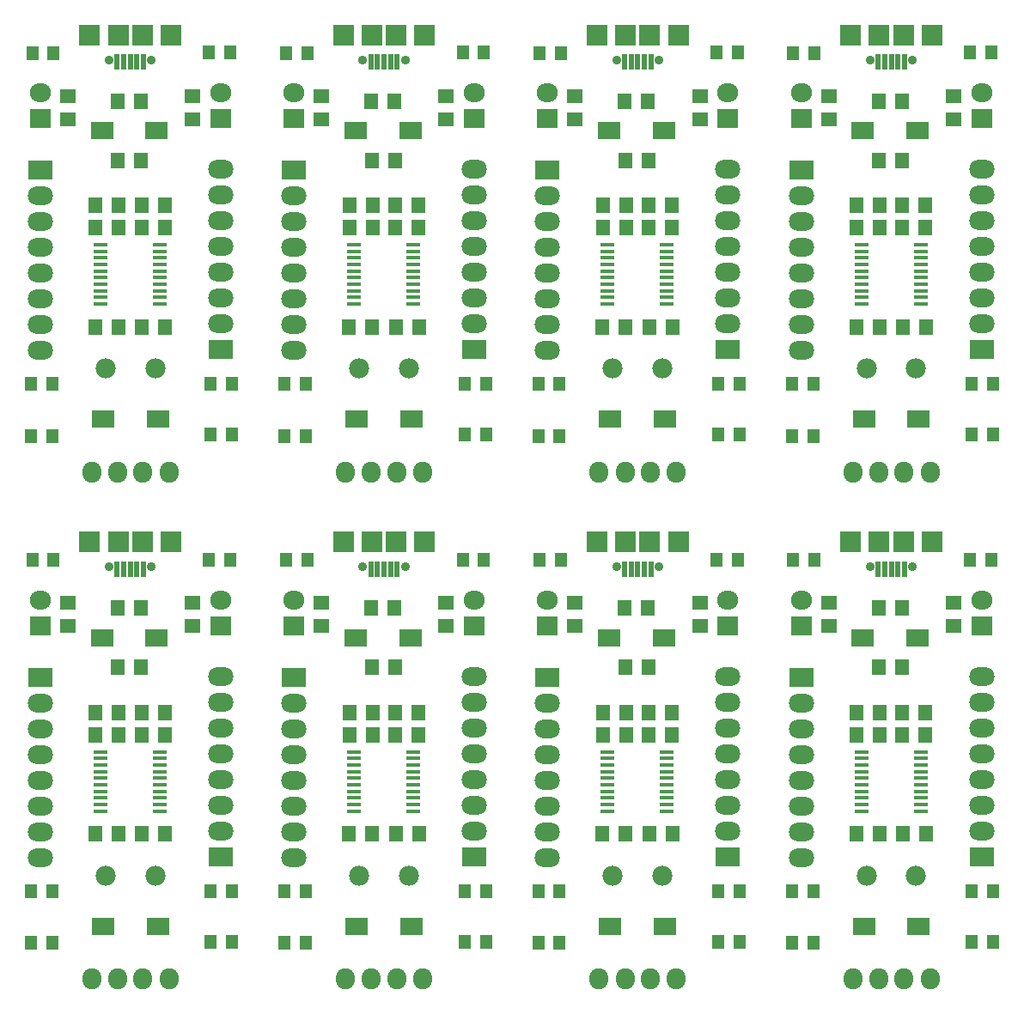
<source format=gts>
G04*
G04 #@! TF.GenerationSoftware,Altium Limited,Altium Designer,18.1.6 (161)*
G04*
G04 Layer_Color=8388736*
%FSLAX25Y25*%
%MOIN*%
G70*
G01*
G75*
%ADD12R,0.05800X0.01400*%
%ADD39R,0.06300X0.05800*%
%ADD40R,0.05800X0.06300*%
%ADD41R,0.05131X0.05524*%
%ADD42R,0.08674X0.06706*%
%ADD43R,0.08280X0.08280*%
%ADD44R,0.07887X0.08280*%
%ADD45R,0.02375X0.06115*%
%ADD46O,0.09800X0.07300*%
%ADD47R,0.09800X0.07300*%
%ADD48O,0.08300X0.07300*%
%ADD49R,0.08300X0.07300*%
%ADD50C,0.07800*%
%ADD51O,0.07300X0.08300*%
%ADD52C,0.03556*%
D12*
X60569Y84547D02*
D03*
Y87106D02*
D03*
Y89665D02*
D03*
Y92224D02*
D03*
Y94784D02*
D03*
Y97342D02*
D03*
Y99902D02*
D03*
Y102461D02*
D03*
Y105020D02*
D03*
Y107579D02*
D03*
X37569Y107579D02*
D03*
Y105020D02*
D03*
Y102461D02*
D03*
Y99902D02*
D03*
Y97342D02*
D03*
Y94784D02*
D03*
Y92224D02*
D03*
Y89665D02*
D03*
Y87106D02*
D03*
Y84547D02*
D03*
X158994Y84547D02*
D03*
Y87106D02*
D03*
Y89665D02*
D03*
Y92224D02*
D03*
Y94784D02*
D03*
Y97342D02*
D03*
Y99902D02*
D03*
Y102461D02*
D03*
Y105020D02*
D03*
Y107579D02*
D03*
X135994Y107579D02*
D03*
Y105020D02*
D03*
Y102461D02*
D03*
Y99902D02*
D03*
Y97342D02*
D03*
Y94784D02*
D03*
Y92224D02*
D03*
Y89665D02*
D03*
Y87106D02*
D03*
Y84547D02*
D03*
X257419Y84547D02*
D03*
Y87106D02*
D03*
Y89665D02*
D03*
Y92224D02*
D03*
Y94784D02*
D03*
Y97342D02*
D03*
Y99902D02*
D03*
Y102461D02*
D03*
Y105020D02*
D03*
Y107579D02*
D03*
X234419Y107579D02*
D03*
Y105020D02*
D03*
Y102461D02*
D03*
Y99902D02*
D03*
Y97342D02*
D03*
Y94784D02*
D03*
Y92224D02*
D03*
Y89665D02*
D03*
Y87106D02*
D03*
Y84547D02*
D03*
X355844Y84547D02*
D03*
Y87106D02*
D03*
Y89665D02*
D03*
Y92224D02*
D03*
Y94784D02*
D03*
Y97342D02*
D03*
Y99902D02*
D03*
Y102461D02*
D03*
Y105020D02*
D03*
Y107579D02*
D03*
X332844Y107579D02*
D03*
Y105020D02*
D03*
Y102461D02*
D03*
Y99902D02*
D03*
Y97342D02*
D03*
Y94784D02*
D03*
Y92224D02*
D03*
Y89665D02*
D03*
Y87106D02*
D03*
Y84547D02*
D03*
X60569Y281398D02*
D03*
Y283957D02*
D03*
Y286516D02*
D03*
Y289075D02*
D03*
Y291634D02*
D03*
Y294193D02*
D03*
Y296752D02*
D03*
Y299311D02*
D03*
Y301870D02*
D03*
Y304429D02*
D03*
X37569Y304429D02*
D03*
Y301870D02*
D03*
Y299311D02*
D03*
Y296752D02*
D03*
Y294193D02*
D03*
Y291634D02*
D03*
Y289075D02*
D03*
Y286516D02*
D03*
Y283957D02*
D03*
Y281398D02*
D03*
X158994Y281398D02*
D03*
Y283957D02*
D03*
Y286516D02*
D03*
Y289075D02*
D03*
Y291634D02*
D03*
Y294193D02*
D03*
Y296752D02*
D03*
Y299311D02*
D03*
Y301870D02*
D03*
Y304429D02*
D03*
X135994Y304429D02*
D03*
Y301870D02*
D03*
Y299311D02*
D03*
Y296752D02*
D03*
Y294193D02*
D03*
Y291634D02*
D03*
Y289075D02*
D03*
Y286516D02*
D03*
Y283957D02*
D03*
Y281398D02*
D03*
X257419Y281398D02*
D03*
Y283957D02*
D03*
Y286516D02*
D03*
Y289075D02*
D03*
Y291634D02*
D03*
Y294193D02*
D03*
Y296752D02*
D03*
Y299311D02*
D03*
Y301870D02*
D03*
Y304429D02*
D03*
X234419Y304429D02*
D03*
Y301870D02*
D03*
Y299311D02*
D03*
Y296752D02*
D03*
Y294193D02*
D03*
Y291634D02*
D03*
Y289075D02*
D03*
Y286516D02*
D03*
Y283957D02*
D03*
Y281398D02*
D03*
X355844Y281398D02*
D03*
Y283957D02*
D03*
Y286516D02*
D03*
Y289075D02*
D03*
Y291634D02*
D03*
Y294193D02*
D03*
Y296752D02*
D03*
Y299311D02*
D03*
Y301870D02*
D03*
Y304429D02*
D03*
X332844Y304429D02*
D03*
Y301870D02*
D03*
Y299311D02*
D03*
Y296752D02*
D03*
Y294193D02*
D03*
Y291634D02*
D03*
Y289075D02*
D03*
Y286516D02*
D03*
Y283957D02*
D03*
Y281398D02*
D03*
D39*
X24900Y156400D02*
D03*
Y165400D02*
D03*
X73300Y156400D02*
D03*
Y165400D02*
D03*
X123325Y156400D02*
D03*
Y165400D02*
D03*
X171725Y156400D02*
D03*
Y165400D02*
D03*
X221750Y156400D02*
D03*
Y165400D02*
D03*
X270150Y156400D02*
D03*
Y165400D02*
D03*
X320176Y156400D02*
D03*
Y165400D02*
D03*
X368576Y156400D02*
D03*
Y165400D02*
D03*
X24900Y353250D02*
D03*
Y362250D02*
D03*
X73300Y353250D02*
D03*
Y362250D02*
D03*
X123325Y353250D02*
D03*
Y362250D02*
D03*
X171725Y353250D02*
D03*
Y362250D02*
D03*
X221750Y353250D02*
D03*
Y362250D02*
D03*
X270150Y353250D02*
D03*
Y362250D02*
D03*
X320176Y353250D02*
D03*
Y362250D02*
D03*
X368576Y353250D02*
D03*
Y362250D02*
D03*
D40*
X44400Y140300D02*
D03*
X53400D02*
D03*
X62500Y122861D02*
D03*
X53500D02*
D03*
X62500Y114200D02*
D03*
X53500D02*
D03*
X35783Y122861D02*
D03*
X44783D02*
D03*
X35783Y114200D02*
D03*
X44783D02*
D03*
X62800Y75700D02*
D03*
X53800D02*
D03*
X35600D02*
D03*
X44600D02*
D03*
X53269Y163386D02*
D03*
X44269D02*
D03*
X142825Y140300D02*
D03*
X151825D02*
D03*
X160925Y122861D02*
D03*
X151925D02*
D03*
X160925Y114200D02*
D03*
X151925D02*
D03*
X134209Y122861D02*
D03*
X143209D02*
D03*
X134209Y114200D02*
D03*
X143209D02*
D03*
X161225Y75700D02*
D03*
X152225D02*
D03*
X134025D02*
D03*
X143025D02*
D03*
X151694Y163386D02*
D03*
X142694D02*
D03*
X241250Y140300D02*
D03*
X250250D02*
D03*
X259350Y122861D02*
D03*
X250350D02*
D03*
X259350Y114200D02*
D03*
X250350D02*
D03*
X232634Y122861D02*
D03*
X241634D02*
D03*
X232634Y114200D02*
D03*
X241634D02*
D03*
X259650Y75700D02*
D03*
X250650D02*
D03*
X232450D02*
D03*
X241450D02*
D03*
X250119Y163386D02*
D03*
X241119D02*
D03*
X339676Y140300D02*
D03*
X348676D02*
D03*
X357776Y122861D02*
D03*
X348776D02*
D03*
X357776Y114200D02*
D03*
X348776D02*
D03*
X331059Y122861D02*
D03*
X340059D02*
D03*
X331059Y114200D02*
D03*
X340059D02*
D03*
X358076Y75700D02*
D03*
X349076D02*
D03*
X330876D02*
D03*
X339876D02*
D03*
X348545Y163386D02*
D03*
X339545D02*
D03*
X44400Y337150D02*
D03*
X53400D02*
D03*
X62500Y319712D02*
D03*
X53500D02*
D03*
X62500Y311050D02*
D03*
X53500D02*
D03*
X35783Y319712D02*
D03*
X44783D02*
D03*
X35783Y311050D02*
D03*
X44783D02*
D03*
X62800Y272550D02*
D03*
X53800D02*
D03*
X35600D02*
D03*
X44600D02*
D03*
X53269Y360236D02*
D03*
X44269D02*
D03*
X142825Y337150D02*
D03*
X151825D02*
D03*
X160925Y319712D02*
D03*
X151925D02*
D03*
X160925Y311050D02*
D03*
X151925D02*
D03*
X134209Y319712D02*
D03*
X143209D02*
D03*
X134209Y311050D02*
D03*
X143209D02*
D03*
X161225Y272550D02*
D03*
X152225D02*
D03*
X134025D02*
D03*
X143025D02*
D03*
X151694Y360236D02*
D03*
X142694D02*
D03*
X241250Y337150D02*
D03*
X250250D02*
D03*
X259350Y319712D02*
D03*
X250350D02*
D03*
X259350Y311050D02*
D03*
X250350D02*
D03*
X232634Y319712D02*
D03*
X241634D02*
D03*
X232634Y311050D02*
D03*
X241634D02*
D03*
X259650Y272550D02*
D03*
X250650D02*
D03*
X232450D02*
D03*
X241450D02*
D03*
X250119Y360236D02*
D03*
X241119D02*
D03*
X339676Y337150D02*
D03*
X348676D02*
D03*
X357776Y319712D02*
D03*
X348776D02*
D03*
X357776Y311050D02*
D03*
X348776D02*
D03*
X331059Y319712D02*
D03*
X340059D02*
D03*
X331059Y311050D02*
D03*
X340059D02*
D03*
X358076Y272550D02*
D03*
X349076D02*
D03*
X330876D02*
D03*
X339876D02*
D03*
X348545Y360236D02*
D03*
X339545D02*
D03*
D41*
X80466Y53500D02*
D03*
X88734D02*
D03*
X80466Y33800D02*
D03*
X88734D02*
D03*
X18934Y53500D02*
D03*
X10666D02*
D03*
X18934Y33400D02*
D03*
X10666D02*
D03*
X79766Y182100D02*
D03*
X88034D02*
D03*
X19408Y182059D02*
D03*
X11140D02*
D03*
X178891Y53500D02*
D03*
X187159D02*
D03*
X178891Y33800D02*
D03*
X187159D02*
D03*
X117359Y53500D02*
D03*
X109091D02*
D03*
X117359Y33400D02*
D03*
X109091D02*
D03*
X178191Y182100D02*
D03*
X186459D02*
D03*
X117833Y182059D02*
D03*
X109565D02*
D03*
X277316Y53500D02*
D03*
X285584D02*
D03*
X277316Y33800D02*
D03*
X285584D02*
D03*
X215784Y53500D02*
D03*
X207517D02*
D03*
X215784Y33400D02*
D03*
X207517D02*
D03*
X276617Y182100D02*
D03*
X284884D02*
D03*
X216258Y182059D02*
D03*
X207990D02*
D03*
X375742Y53500D02*
D03*
X384010D02*
D03*
X375742Y33800D02*
D03*
X384010D02*
D03*
X314210Y53500D02*
D03*
X305942D02*
D03*
X314210Y33400D02*
D03*
X305942D02*
D03*
X375042Y182100D02*
D03*
X383310D02*
D03*
X314683Y182059D02*
D03*
X306415D02*
D03*
X80466Y250350D02*
D03*
X88734D02*
D03*
X80466Y230650D02*
D03*
X88734D02*
D03*
X18934Y250350D02*
D03*
X10666D02*
D03*
X18934Y230250D02*
D03*
X10666D02*
D03*
X79766Y378950D02*
D03*
X88034D02*
D03*
X19408Y378909D02*
D03*
X11140D02*
D03*
X178891Y250350D02*
D03*
X187159D02*
D03*
X178891Y230650D02*
D03*
X187159D02*
D03*
X117359Y250350D02*
D03*
X109091D02*
D03*
X117359Y230250D02*
D03*
X109091D02*
D03*
X178191Y378950D02*
D03*
X186459D02*
D03*
X117833Y378909D02*
D03*
X109565D02*
D03*
X277316Y250350D02*
D03*
X285584D02*
D03*
X277316Y230650D02*
D03*
X285584D02*
D03*
X215784Y250350D02*
D03*
X207517D02*
D03*
X215784Y230250D02*
D03*
X207517D02*
D03*
X276617Y378950D02*
D03*
X284884D02*
D03*
X216258Y378909D02*
D03*
X207990D02*
D03*
X375742Y250350D02*
D03*
X384010D02*
D03*
X375742Y230650D02*
D03*
X384010D02*
D03*
X314210Y250350D02*
D03*
X305942D02*
D03*
X314210Y230250D02*
D03*
X305942D02*
D03*
X375042Y378950D02*
D03*
X383310D02*
D03*
X314683Y378909D02*
D03*
X306415D02*
D03*
D42*
X59842Y39764D02*
D03*
X38583D02*
D03*
X38170Y151900D02*
D03*
X59430D02*
D03*
X158268Y39764D02*
D03*
X137008D02*
D03*
X136595Y151900D02*
D03*
X157855D02*
D03*
X256693Y39764D02*
D03*
X235433D02*
D03*
X235020Y151900D02*
D03*
X256280D02*
D03*
X355118Y39764D02*
D03*
X333858D02*
D03*
X333446Y151900D02*
D03*
X354706D02*
D03*
X59842Y236614D02*
D03*
X38583D02*
D03*
X38170Y348750D02*
D03*
X59430D02*
D03*
X158268Y236614D02*
D03*
X137008D02*
D03*
X136595Y348750D02*
D03*
X157855D02*
D03*
X256693Y236614D02*
D03*
X235433D02*
D03*
X235020Y348750D02*
D03*
X256280D02*
D03*
X355118Y236614D02*
D03*
X333858D02*
D03*
X333446Y348750D02*
D03*
X354706D02*
D03*
D43*
X53937Y188976D02*
D03*
X44488D02*
D03*
X152362D02*
D03*
X142913D02*
D03*
X250787D02*
D03*
X241339D02*
D03*
X349213D02*
D03*
X339764D02*
D03*
X53937Y385827D02*
D03*
X44488D02*
D03*
X152362D02*
D03*
X142913D02*
D03*
X250787D02*
D03*
X241339D02*
D03*
X349213D02*
D03*
X339764D02*
D03*
D44*
X64961Y188976D02*
D03*
X33465D02*
D03*
X163386D02*
D03*
X131890D02*
D03*
X261811D02*
D03*
X230315D02*
D03*
X360236D02*
D03*
X328740D02*
D03*
X64961Y385827D02*
D03*
X33465D02*
D03*
X163386D02*
D03*
X131890D02*
D03*
X261811D02*
D03*
X230315D02*
D03*
X360236D02*
D03*
X328740D02*
D03*
D45*
X54331Y178445D02*
D03*
X44094D02*
D03*
X51772D02*
D03*
X49213D02*
D03*
X46654D02*
D03*
X152756D02*
D03*
X142520D02*
D03*
X150197D02*
D03*
X147638D02*
D03*
X145079D02*
D03*
X251181D02*
D03*
X240945D02*
D03*
X248622D02*
D03*
X246063D02*
D03*
X243504D02*
D03*
X349606D02*
D03*
X339370D02*
D03*
X347047D02*
D03*
X344488D02*
D03*
X341929D02*
D03*
X54331Y375295D02*
D03*
X44094D02*
D03*
X51772D02*
D03*
X49213D02*
D03*
X46654D02*
D03*
X152756D02*
D03*
X142520D02*
D03*
X150197D02*
D03*
X147638D02*
D03*
X145079D02*
D03*
X251181D02*
D03*
X240945D02*
D03*
X248622D02*
D03*
X246063D02*
D03*
X243504D02*
D03*
X349606D02*
D03*
X339370D02*
D03*
X347047D02*
D03*
X344488D02*
D03*
X341929D02*
D03*
D46*
X84213Y126929D02*
D03*
Y106929D02*
D03*
Y76929D02*
D03*
Y86929D02*
D03*
Y96929D02*
D03*
Y116929D02*
D03*
Y136929D02*
D03*
X14213Y76457D02*
D03*
Y96457D02*
D03*
Y126457D02*
D03*
Y116457D02*
D03*
Y106457D02*
D03*
Y86457D02*
D03*
Y66457D02*
D03*
X182638Y126929D02*
D03*
Y106929D02*
D03*
Y76929D02*
D03*
Y86929D02*
D03*
Y96929D02*
D03*
Y116929D02*
D03*
Y136929D02*
D03*
X112638Y76457D02*
D03*
Y96457D02*
D03*
Y126457D02*
D03*
Y116457D02*
D03*
Y106457D02*
D03*
Y86457D02*
D03*
Y66457D02*
D03*
X281063Y126929D02*
D03*
Y106929D02*
D03*
Y76929D02*
D03*
Y86929D02*
D03*
Y96929D02*
D03*
Y116929D02*
D03*
Y136929D02*
D03*
X211063Y76457D02*
D03*
Y96457D02*
D03*
Y126457D02*
D03*
Y116457D02*
D03*
Y106457D02*
D03*
Y86457D02*
D03*
Y66457D02*
D03*
X379488Y126929D02*
D03*
Y106929D02*
D03*
Y76929D02*
D03*
Y86929D02*
D03*
Y96929D02*
D03*
Y116929D02*
D03*
Y136929D02*
D03*
X309488Y76457D02*
D03*
Y96457D02*
D03*
Y126457D02*
D03*
Y116457D02*
D03*
Y106457D02*
D03*
Y86457D02*
D03*
Y66457D02*
D03*
X84213Y323780D02*
D03*
Y303780D02*
D03*
Y273780D02*
D03*
Y283780D02*
D03*
Y293779D02*
D03*
Y313779D02*
D03*
Y333780D02*
D03*
X14213Y273307D02*
D03*
Y293307D02*
D03*
Y323307D02*
D03*
Y313307D02*
D03*
Y303307D02*
D03*
Y283307D02*
D03*
Y263307D02*
D03*
X182638Y323780D02*
D03*
Y303780D02*
D03*
Y273780D02*
D03*
Y283780D02*
D03*
Y293779D02*
D03*
Y313779D02*
D03*
Y333780D02*
D03*
X112638Y273307D02*
D03*
Y293307D02*
D03*
Y323307D02*
D03*
Y313307D02*
D03*
Y303307D02*
D03*
Y283307D02*
D03*
Y263307D02*
D03*
X281063Y323780D02*
D03*
Y303780D02*
D03*
Y273780D02*
D03*
Y283780D02*
D03*
Y293779D02*
D03*
Y313779D02*
D03*
Y333780D02*
D03*
X211063Y273307D02*
D03*
Y293307D02*
D03*
Y323307D02*
D03*
Y313307D02*
D03*
Y303307D02*
D03*
Y283307D02*
D03*
Y263307D02*
D03*
X379488Y323780D02*
D03*
Y303780D02*
D03*
Y273780D02*
D03*
Y283780D02*
D03*
Y293779D02*
D03*
Y313779D02*
D03*
Y333780D02*
D03*
X309488Y273307D02*
D03*
Y293307D02*
D03*
Y323307D02*
D03*
Y313307D02*
D03*
Y303307D02*
D03*
Y283307D02*
D03*
Y263307D02*
D03*
D47*
X84213Y66929D02*
D03*
X14213Y136457D02*
D03*
X182638Y66929D02*
D03*
X112638Y136457D02*
D03*
X281063Y66929D02*
D03*
X211063Y136457D02*
D03*
X379488Y66929D02*
D03*
X309488Y136457D02*
D03*
X84213Y263779D02*
D03*
X14213Y333307D02*
D03*
X182638Y263779D02*
D03*
X112638Y333307D02*
D03*
X281063Y263779D02*
D03*
X211063Y333307D02*
D03*
X379488Y263779D02*
D03*
X309488Y333307D02*
D03*
D48*
X14213Y166557D02*
D03*
X84213D02*
D03*
X112638D02*
D03*
X182638D02*
D03*
X211063D02*
D03*
X281063D02*
D03*
X309488D02*
D03*
X379488D02*
D03*
X14213Y363407D02*
D03*
X84213D02*
D03*
X112638D02*
D03*
X182638D02*
D03*
X211063D02*
D03*
X281063D02*
D03*
X309488D02*
D03*
X379488D02*
D03*
D49*
X14213Y156457D02*
D03*
X84213D02*
D03*
X112638D02*
D03*
X182638D02*
D03*
X211063D02*
D03*
X281063D02*
D03*
X309488D02*
D03*
X379488D02*
D03*
X14213Y353307D02*
D03*
X84213D02*
D03*
X112638D02*
D03*
X182638D02*
D03*
X211063D02*
D03*
X281063D02*
D03*
X309488D02*
D03*
X379488D02*
D03*
D50*
X39606Y59449D02*
D03*
X58819D02*
D03*
X138031D02*
D03*
X157244D02*
D03*
X236457D02*
D03*
X255669D02*
D03*
X334882D02*
D03*
X354095D02*
D03*
X39606Y256299D02*
D03*
X58819D02*
D03*
X138031D02*
D03*
X157244D02*
D03*
X236457D02*
D03*
X255669D02*
D03*
X334882D02*
D03*
X354095D02*
D03*
D51*
X34213Y19291D02*
D03*
X44313D02*
D03*
X54113D02*
D03*
X64213D02*
D03*
X132638D02*
D03*
X142738D02*
D03*
X152538D02*
D03*
X162638D02*
D03*
X231063D02*
D03*
X241163D02*
D03*
X250963D02*
D03*
X261063D02*
D03*
X329488D02*
D03*
X339588D02*
D03*
X349388D02*
D03*
X359488D02*
D03*
X34213Y216142D02*
D03*
X44313D02*
D03*
X54113D02*
D03*
X64213D02*
D03*
X132638D02*
D03*
X142738D02*
D03*
X152538D02*
D03*
X162638D02*
D03*
X231063D02*
D03*
X241163D02*
D03*
X250963D02*
D03*
X261063D02*
D03*
X329488D02*
D03*
X339588D02*
D03*
X349388D02*
D03*
X359488D02*
D03*
D52*
X57382Y179331D02*
D03*
X41043D02*
D03*
X155807D02*
D03*
X139469D02*
D03*
X254232D02*
D03*
X237894D02*
D03*
X352658D02*
D03*
X336319D02*
D03*
X57382Y376181D02*
D03*
X41043D02*
D03*
X155807D02*
D03*
X139469D02*
D03*
X254232D02*
D03*
X237894D02*
D03*
X352658D02*
D03*
X336319D02*
D03*
M02*

</source>
